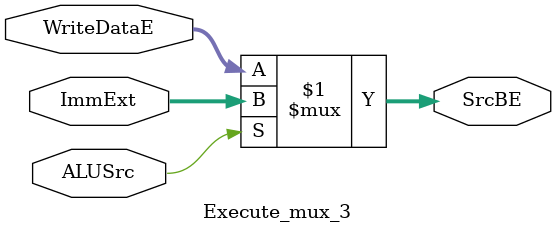
<source format=v>
`timescale 1ns / 1ps


module Execute_mux_3(
input [31:0] WriteDataE,
input [31:0] ImmExt,
input ALUSrc,
output [31:0] SrcBE
    );
    
    assign SrcBE = (ALUSrc)?ImmExt:WriteDataE;
    
endmodule

</source>
